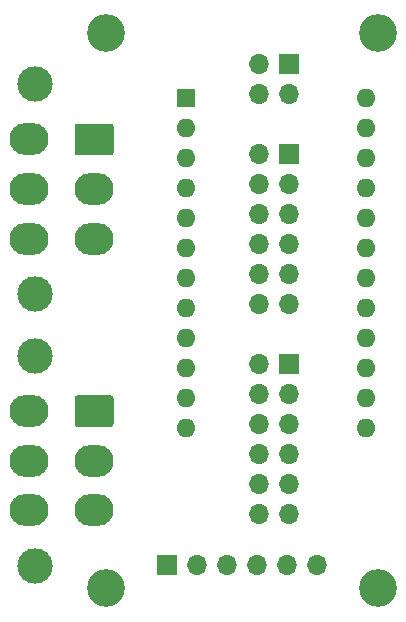
<source format=gbr>
G04 #@! TF.GenerationSoftware,KiCad,Pcbnew,(5.1.9)-1*
G04 #@! TF.CreationDate,2022-07-29T09:29:53-06:00*
G04 #@! TF.ProjectId,ABSIS_ALE,41425349-535f-4414-9c45-2e6b69636164,1*
G04 #@! TF.SameCoordinates,Original*
G04 #@! TF.FileFunction,Soldermask,Bot*
G04 #@! TF.FilePolarity,Negative*
%FSLAX46Y46*%
G04 Gerber Fmt 4.6, Leading zero omitted, Abs format (unit mm)*
G04 Created by KiCad (PCBNEW (5.1.9)-1) date 2022-07-29 09:29:53*
%MOMM*%
%LPD*%
G01*
G04 APERTURE LIST*
%ADD10O,1.600000X1.600000*%
%ADD11R,1.600000X1.600000*%
%ADD12R,1.700000X1.700000*%
%ADD13O,1.700000X1.700000*%
%ADD14C,3.000000*%
%ADD15O,3.300000X2.700000*%
%ADD16C,3.200000*%
G04 APERTURE END LIST*
D10*
X154787600Y-71323200D03*
X139547600Y-99263200D03*
X154787600Y-73863200D03*
X139547600Y-96723200D03*
X154787600Y-76403200D03*
X139547600Y-94183200D03*
X154787600Y-78943200D03*
X139547600Y-91643200D03*
X154787600Y-81483200D03*
X139547600Y-89103200D03*
X154787600Y-84023200D03*
X139547600Y-86563200D03*
X154787600Y-86563200D03*
X139547600Y-84023200D03*
X154787600Y-89103200D03*
X139547600Y-81483200D03*
X154787600Y-91643200D03*
X139547600Y-78943200D03*
X154787600Y-94183200D03*
X139547600Y-76403200D03*
X154787600Y-96723200D03*
X139547600Y-73863200D03*
X154787600Y-99263200D03*
D11*
X139547600Y-71323200D03*
D12*
X148310000Y-68410000D03*
D13*
X145770000Y-68410000D03*
X148310000Y-70950000D03*
X145770000Y-70950000D03*
D14*
X126770000Y-110910000D03*
X126770000Y-93110000D03*
D15*
X126310000Y-106210000D03*
X126310000Y-102010000D03*
X126310000Y-97810000D03*
X131810000Y-106210000D03*
X131810000Y-102010000D03*
G36*
G01*
X130410001Y-96460000D02*
X133209999Y-96460000D01*
G75*
G02*
X133460000Y-96710001I0J-250001D01*
G01*
X133460000Y-98909999D01*
G75*
G02*
X133209999Y-99160000I-250001J0D01*
G01*
X130410001Y-99160000D01*
G75*
G02*
X130160000Y-98909999I0J250001D01*
G01*
X130160000Y-96710001D01*
G75*
G02*
X130410001Y-96460000I250001J0D01*
G01*
G37*
D14*
X126770000Y-87910000D03*
X126770000Y-70110000D03*
D15*
X126310000Y-83210000D03*
X126310000Y-79010000D03*
X126310000Y-74810000D03*
X131810000Y-83210000D03*
X131810000Y-79010000D03*
G36*
G01*
X130410001Y-73460000D02*
X133209999Y-73460000D01*
G75*
G02*
X133460000Y-73710001I0J-250001D01*
G01*
X133460000Y-75909999D01*
G75*
G02*
X133209999Y-76160000I-250001J0D01*
G01*
X130410001Y-76160000D01*
G75*
G02*
X130160000Y-75909999I0J250001D01*
G01*
X130160000Y-73710001D01*
G75*
G02*
X130410001Y-73460000I250001J0D01*
G01*
G37*
D16*
X155810000Y-112810000D03*
X132810000Y-112810000D03*
X155810000Y-65810000D03*
X132810000Y-65810000D03*
D13*
X150710000Y-110810000D03*
X148170000Y-110810000D03*
X145630000Y-110810000D03*
X143090000Y-110810000D03*
X140550000Y-110810000D03*
D12*
X138010000Y-110810000D03*
D13*
X145770000Y-106510000D03*
X148310000Y-106510000D03*
X145770000Y-103970000D03*
X148310000Y-103970000D03*
X145770000Y-101430000D03*
X148310000Y-101430000D03*
X145770000Y-98890000D03*
X148310000Y-98890000D03*
X145770000Y-96350000D03*
X148310000Y-96350000D03*
X145770000Y-93810000D03*
D12*
X148310000Y-93810000D03*
D13*
X145770000Y-88730000D03*
X148310000Y-88730000D03*
X145770000Y-86190000D03*
X148310000Y-86190000D03*
X145770000Y-83650000D03*
X148310000Y-83650000D03*
X145770000Y-81110000D03*
X148310000Y-81110000D03*
X145770000Y-78570000D03*
X148310000Y-78570000D03*
X145770000Y-76030000D03*
D12*
X148310000Y-76030000D03*
M02*

</source>
